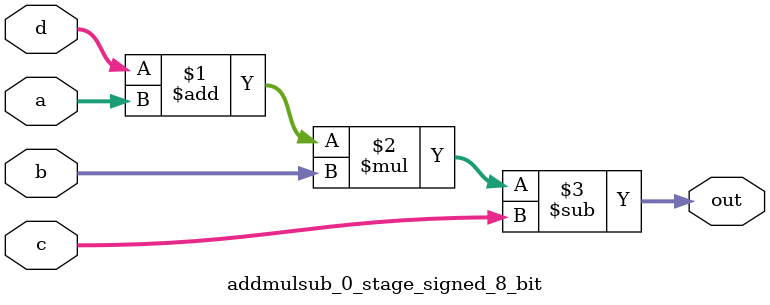
<source format=sv>
(* use_dsp = "yes" *) module addmulsub_0_stage_signed_8_bit(
	input signed [7:0] a,
	input signed [7:0] b,
	input signed [7:0] c,
	input signed [7:0] d,
	output [7:0] out
	);

	assign out = ((d + a) * b) - c;
endmodule

</source>
